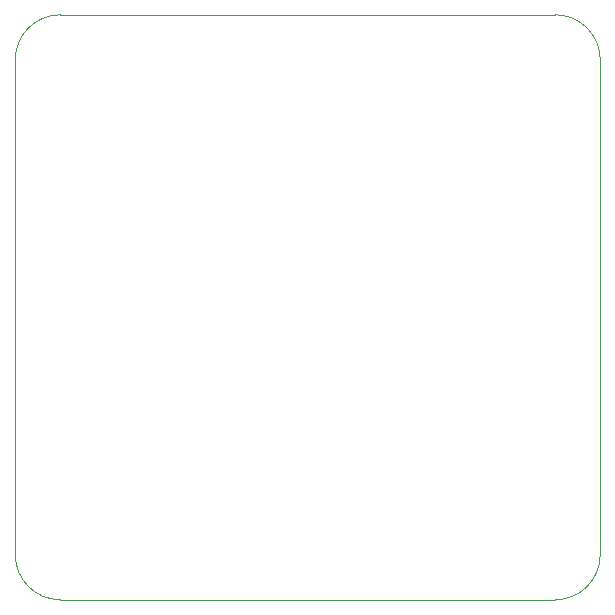
<source format=gbr>
G04 (created by PCBNEW (2013-07-07 BZR 4022)-stable) date Wed 10 May 2017 02:19:22 AM CDT*
%MOIN*%
G04 Gerber Fmt 3.4, Leading zero omitted, Abs format*
%FSLAX34Y34*%
G01*
G70*
G90*
G04 APERTURE LIST*
%ADD10C,0.00590551*%
%ADD11C,0.00393701*%
G04 APERTURE END LIST*
G54D10*
G54D11*
X85500Y-54000D02*
X69000Y-54000D01*
X87000Y-36000D02*
X87000Y-52500D01*
X69000Y-34500D02*
X85500Y-34500D01*
X67500Y-52500D02*
X67500Y-36000D01*
X67500Y-52500D02*
G75*
G03X69000Y-54000I1500J0D01*
G74*
G01*
X85500Y-54000D02*
G75*
G03X87000Y-52500I0J1500D01*
G74*
G01*
X87000Y-36000D02*
G75*
G03X85500Y-34500I-1500J0D01*
G74*
G01*
X69000Y-34500D02*
G75*
G03X67500Y-36000I0J-1500D01*
G74*
G01*
M02*

</source>
